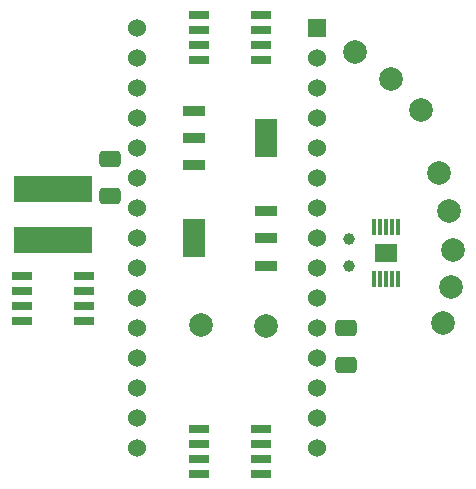
<source format=gbr>
%TF.GenerationSoftware,KiCad,Pcbnew,(6.0.8)*%
%TF.CreationDate,2022-11-18T04:38:56-05:00*%
%TF.ProjectId,Armstrong_v2.0,41726d73-7472-46f6-9e67-5f76322e302e,rev?*%
%TF.SameCoordinates,Original*%
%TF.FileFunction,Soldermask,Top*%
%TF.FilePolarity,Negative*%
%FSLAX46Y46*%
G04 Gerber Fmt 4.6, Leading zero omitted, Abs format (unit mm)*
G04 Created by KiCad (PCBNEW (6.0.8)) date 2022-11-18 04:38:56*
%MOMM*%
%LPD*%
G01*
G04 APERTURE LIST*
G04 Aperture macros list*
%AMRoundRect*
0 Rectangle with rounded corners*
0 $1 Rounding radius*
0 $2 $3 $4 $5 $6 $7 $8 $9 X,Y pos of 4 corners*
0 Add a 4 corners polygon primitive as box body*
4,1,4,$2,$3,$4,$5,$6,$7,$8,$9,$2,$3,0*
0 Add four circle primitives for the rounded corners*
1,1,$1+$1,$2,$3*
1,1,$1+$1,$4,$5*
1,1,$1+$1,$6,$7*
1,1,$1+$1,$8,$9*
0 Add four rect primitives between the rounded corners*
20,1,$1+$1,$2,$3,$4,$5,0*
20,1,$1+$1,$4,$5,$6,$7,0*
20,1,$1+$1,$6,$7,$8,$9,0*
20,1,$1+$1,$8,$9,$2,$3,0*%
G04 Aperture macros list end*
%ADD10C,2.000000*%
%ADD11C,1.000000*%
%ADD12RoundRect,0.250000X0.650000X-0.412500X0.650000X0.412500X-0.650000X0.412500X-0.650000X-0.412500X0*%
%ADD13RoundRect,0.250000X-0.650000X0.412500X-0.650000X-0.412500X0.650000X-0.412500X0.650000X0.412500X0*%
%ADD14R,1.800000X0.650000*%
%ADD15R,1.524000X1.524000*%
%ADD16C,1.524000*%
%ADD17R,6.600000X2.300000*%
%ADD18R,1.900000X0.950000*%
%ADD19R,1.900000X3.250000*%
%ADD20R,0.300000X1.400000*%
%ADD21R,1.880000X1.570000*%
G04 APERTURE END LIST*
D10*
%TO.C,TP20*%
X113650000Y-85300000D03*
%TD*%
%TO.C,TP19*%
X116150000Y-87900000D03*
%TD*%
%TO.C,TP18*%
X110600000Y-83000000D03*
%TD*%
D11*
%TO.C,TP17*%
X110050000Y-98850000D03*
%TD*%
%TO.C,TP16*%
X110050000Y-101100000D03*
%TD*%
D12*
%TO.C,C2*%
X89850000Y-95212500D03*
X89850000Y-92087500D03*
%TD*%
D13*
%TO.C,C1*%
X109800000Y-106387500D03*
X109800000Y-109512500D03*
%TD*%
D10*
%TO.C,TP4*%
X117700000Y-93300000D03*
%TD*%
%TO.C,TP3*%
X118700000Y-102900000D03*
%TD*%
D14*
%TO.C,Q\u002A\u002A2*%
X97375000Y-114895000D03*
X97375000Y-116165000D03*
X97375000Y-117435000D03*
X97375000Y-118705000D03*
X102625000Y-118705000D03*
X102625000Y-117435000D03*
X102625000Y-116165000D03*
X102625000Y-114895000D03*
%TD*%
D10*
%TO.C,TP15*%
X103050000Y-106200000D03*
%TD*%
D15*
%TO.C,U1*%
X107346750Y-80970000D03*
D16*
X107346750Y-83510000D03*
X107346750Y-86050000D03*
X107346750Y-88590000D03*
X107346750Y-91130000D03*
X107346750Y-93670000D03*
X107346750Y-96210000D03*
X107346750Y-98750000D03*
X107346750Y-101290000D03*
X107346750Y-103830000D03*
X107346750Y-106370000D03*
X107346750Y-108910000D03*
X107346750Y-111450000D03*
X107346750Y-113990000D03*
X107346750Y-116530000D03*
X92106750Y-116530000D03*
X92106750Y-113990000D03*
X92106750Y-111450000D03*
X92106750Y-108910000D03*
X92106750Y-106370000D03*
X92106750Y-103830000D03*
X92106750Y-101290000D03*
X92106750Y-98750000D03*
X92106750Y-96210000D03*
X92106750Y-93670000D03*
X92106750Y-91130000D03*
X92106750Y-88590000D03*
X92106750Y-86050000D03*
X92106750Y-83510000D03*
X92106750Y-80970000D03*
%TD*%
D17*
%TO.C,L1*%
X85000000Y-94632500D03*
X85000000Y-98932500D03*
%TD*%
D10*
%TO.C,TP14*%
X97550000Y-106150000D03*
%TD*%
D14*
%TO.C,Q\u002A\u002A3*%
X97375000Y-79895000D03*
X97375000Y-81165000D03*
X97375000Y-82435000D03*
X97375000Y-83705000D03*
X102625000Y-83705000D03*
X102625000Y-82435000D03*
X102625000Y-81165000D03*
X102625000Y-79895000D03*
%TD*%
%TO.C,Q\u002A\u002A1*%
X87625000Y-105787500D03*
X87625000Y-104517500D03*
X87625000Y-103247500D03*
X87625000Y-101977500D03*
X82375000Y-101977500D03*
X82375000Y-103247500D03*
X82375000Y-104517500D03*
X82375000Y-105787500D03*
%TD*%
D10*
%TO.C,TP2*%
X118500000Y-96500000D03*
%TD*%
%TO.C,TP5*%
X118900000Y-99800000D03*
%TD*%
D18*
%TO.C,Q2*%
X96950000Y-88000000D03*
X96950000Y-90300000D03*
X96950000Y-92600000D03*
D19*
X103050000Y-90300000D03*
%TD*%
D20*
%TO.C,U2*%
X112200000Y-102200000D03*
X112700000Y-102200000D03*
X113200000Y-102200000D03*
X113700000Y-102200000D03*
X114200000Y-102200000D03*
X114200000Y-97800000D03*
X113700000Y-97800000D03*
X113200000Y-97800000D03*
X112700000Y-97800000D03*
X112200000Y-97800000D03*
D21*
X113200000Y-100000000D03*
%TD*%
D18*
%TO.C,Q1*%
X103050000Y-101100000D03*
X103050000Y-98800000D03*
X103050000Y-96500000D03*
D19*
X96950000Y-98800000D03*
%TD*%
D10*
%TO.C,TP1*%
X118000000Y-106000000D03*
%TD*%
M02*

</source>
